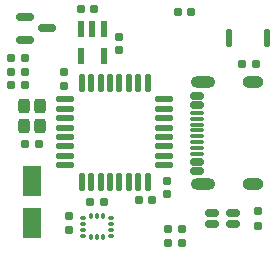
<source format=gbr>
%TF.GenerationSoftware,KiCad,Pcbnew,9.0.0*%
%TF.CreationDate,2025-06-23T18:52:11-04:00*%
%TF.ProjectId,CRSF_PWM_Gyro,43525346-5f50-4574-9d5f-4779726f2e6b,rev?*%
%TF.SameCoordinates,Original*%
%TF.FileFunction,Paste,Top*%
%TF.FilePolarity,Positive*%
%FSLAX46Y46*%
G04 Gerber Fmt 4.6, Leading zero omitted, Abs format (unit mm)*
G04 Created by KiCad (PCBNEW 9.0.0) date 2025-06-23 18:52:11*
%MOMM*%
%LPD*%
G01*
G04 APERTURE LIST*
G04 Aperture macros list*
%AMRoundRect*
0 Rectangle with rounded corners*
0 $1 Rounding radius*
0 $2 $3 $4 $5 $6 $7 $8 $9 X,Y pos of 4 corners*
0 Add a 4 corners polygon primitive as box body*
4,1,4,$2,$3,$4,$5,$6,$7,$8,$9,$2,$3,0*
0 Add four circle primitives for the rounded corners*
1,1,$1+$1,$2,$3*
1,1,$1+$1,$4,$5*
1,1,$1+$1,$6,$7*
1,1,$1+$1,$8,$9*
0 Add four rect primitives between the rounded corners*
20,1,$1+$1,$2,$3,$4,$5,0*
20,1,$1+$1,$4,$5,$6,$7,0*
20,1,$1+$1,$6,$7,$8,$9,0*
20,1,$1+$1,$8,$9,$2,$3,0*%
G04 Aperture macros list end*
%ADD10RoundRect,0.160000X-0.160000X0.197500X-0.160000X-0.197500X0.160000X-0.197500X0.160000X0.197500X0*%
%ADD11RoundRect,0.155000X0.212500X0.155000X-0.212500X0.155000X-0.212500X-0.155000X0.212500X-0.155000X0*%
%ADD12RoundRect,0.155000X-0.212500X-0.155000X0.212500X-0.155000X0.212500X0.155000X-0.212500X0.155000X0*%
%ADD13RoundRect,0.155000X-0.155000X0.212500X-0.155000X-0.212500X0.155000X-0.212500X0.155000X0.212500X0*%
%ADD14RoundRect,0.150000X-0.450000X-0.150000X0.450000X-0.150000X0.450000X0.150000X-0.450000X0.150000X0*%
%ADD15RoundRect,0.250000X-0.250000X0.350000X-0.250000X-0.350000X0.250000X-0.350000X0.250000X0.350000X0*%
%ADD16RoundRect,0.155000X0.155000X-0.212500X0.155000X0.212500X-0.155000X0.212500X-0.155000X-0.212500X0*%
%ADD17RoundRect,0.137500X-0.137500X-0.612500X0.137500X-0.612500X0.137500X0.612500X-0.137500X0.612500X0*%
%ADD18RoundRect,0.125000X-0.625000X-0.125000X0.625000X-0.125000X0.625000X0.125000X-0.625000X0.125000X0*%
%ADD19RoundRect,0.125000X-0.125000X-0.625000X0.125000X-0.625000X0.125000X0.625000X-0.125000X0.625000X0*%
%ADD20RoundRect,0.160000X0.197500X0.160000X-0.197500X0.160000X-0.197500X-0.160000X0.197500X-0.160000X0*%
%ADD21RoundRect,0.139700X-0.139700X0.571500X-0.139700X-0.571500X0.139700X-0.571500X0.139700X0.571500X0*%
%ADD22RoundRect,0.150000X0.425000X-0.150000X0.425000X0.150000X-0.425000X0.150000X-0.425000X-0.150000X0*%
%ADD23RoundRect,0.075000X0.500000X-0.075000X0.500000X0.075000X-0.500000X0.075000X-0.500000X-0.075000X0*%
%ADD24O,2.100000X1.000000*%
%ADD25O,1.800000X1.000000*%
%ADD26RoundRect,0.075000X0.187500X0.075000X-0.187500X0.075000X-0.187500X-0.075000X0.187500X-0.075000X0*%
%ADD27RoundRect,0.075000X0.075000X0.187500X-0.075000X0.187500X-0.075000X-0.187500X0.075000X-0.187500X0*%
%ADD28RoundRect,0.160000X-0.197500X-0.160000X0.197500X-0.160000X0.197500X0.160000X-0.197500X0.160000X0*%
%ADD29RoundRect,0.150000X-0.587500X-0.150000X0.587500X-0.150000X0.587500X0.150000X-0.587500X0.150000X0*%
%ADD30RoundRect,0.250000X0.550000X-1.050000X0.550000X1.050000X-0.550000X1.050000X-0.550000X-1.050000X0*%
G04 APERTURE END LIST*
D10*
%TO.C,R4*%
X150500000Y-95602500D03*
X150500000Y-96797500D03*
%TD*%
D11*
%TO.C,C10*%
X130767500Y-84900000D03*
X129632500Y-84900000D03*
%TD*%
D12*
%TO.C,C12*%
X129629116Y-82598548D03*
X130764116Y-82598548D03*
%TD*%
%TO.C,C1*%
X135532500Y-78500000D03*
X136667500Y-78500000D03*
%TD*%
D13*
%TO.C,C6*%
X142800000Y-93032500D03*
X142800000Y-94167500D03*
%TD*%
D11*
%TO.C,C11*%
X131967500Y-89900000D03*
X130832500Y-89900000D03*
%TD*%
D14*
%TO.C,LED1*%
X148400687Y-95725000D03*
X146600687Y-95725000D03*
X146600687Y-96675000D03*
X148400687Y-96675000D03*
%TD*%
D15*
%TO.C,Y1*%
X130750000Y-86650000D03*
X130750000Y-88350000D03*
X132050000Y-88350000D03*
X132050000Y-86650000D03*
%TD*%
D16*
%TO.C,C7*%
X134100000Y-84967500D03*
X134100000Y-83832500D03*
%TD*%
D17*
%TO.C,SW1*%
X148100000Y-80900000D03*
X151300000Y-80900000D03*
%TD*%
D12*
%TO.C,C5*%
X140432500Y-94600000D03*
X141567500Y-94600000D03*
%TD*%
D11*
%TO.C,C4*%
X144867500Y-78700000D03*
X143732500Y-78700000D03*
%TD*%
D18*
%TO.C,U2*%
X134225000Y-86100000D03*
X134225000Y-86900000D03*
X134225000Y-87700000D03*
X134225000Y-88500000D03*
X134225000Y-89300000D03*
X134225000Y-90100000D03*
X134225000Y-90900000D03*
X134225000Y-91700000D03*
D19*
X135600000Y-93075000D03*
X136400000Y-93075000D03*
X137200000Y-93075000D03*
X138000000Y-93075000D03*
X138800000Y-93075000D03*
X139600000Y-93075000D03*
X140400000Y-93075000D03*
X141200000Y-93075000D03*
D18*
X142575000Y-91700000D03*
X142575000Y-90900000D03*
X142575000Y-90100000D03*
X142575000Y-89300000D03*
X142575000Y-88500000D03*
X142575000Y-87700000D03*
X142575000Y-86900000D03*
X142575000Y-86100000D03*
D19*
X141200000Y-84725000D03*
X140400000Y-84725000D03*
X139600000Y-84725000D03*
X138800000Y-84725000D03*
X138000000Y-84725000D03*
X137200000Y-84725000D03*
X136400000Y-84725000D03*
X135600000Y-84725000D03*
%TD*%
D16*
%TO.C,C2*%
X138800000Y-81967500D03*
X138800000Y-80832500D03*
%TD*%
D20*
%TO.C,R1*%
X144119384Y-98294379D03*
X142924384Y-98294379D03*
%TD*%
%TO.C,R2*%
X144119384Y-97094379D03*
X142924384Y-97094379D03*
%TD*%
D21*
%TO.C,U1*%
X137450001Y-80155600D03*
X136500000Y-80155600D03*
X135549999Y-80155600D03*
X135549999Y-82444400D03*
X137450001Y-82444400D03*
%TD*%
D22*
%TO.C,J1*%
X145320000Y-92200000D03*
X145320000Y-91400000D03*
D23*
X145320000Y-90250000D03*
X145320000Y-89250000D03*
X145320000Y-88750000D03*
X145320000Y-87750000D03*
D22*
X145320000Y-86600000D03*
X145320000Y-85800000D03*
X145320000Y-85800000D03*
X145320000Y-86600000D03*
D23*
X145320000Y-87250000D03*
X145320000Y-88250000D03*
X145320000Y-89750000D03*
X145320000Y-90750000D03*
D22*
X145320000Y-91400000D03*
X145320000Y-92200000D03*
D24*
X145895000Y-93320000D03*
D25*
X150075000Y-93320000D03*
D24*
X145895000Y-84680000D03*
D25*
X150075000Y-84680000D03*
%TD*%
D26*
%TO.C,MT1*%
X138062500Y-97650000D03*
X138062500Y-97150000D03*
X138062500Y-96650000D03*
X138062500Y-96150000D03*
D27*
X137400000Y-95987500D03*
X136900000Y-95987500D03*
X136400000Y-95987500D03*
D26*
X135737500Y-96150000D03*
X135737500Y-96650000D03*
X135737500Y-97150000D03*
X135737500Y-97650000D03*
D27*
X136400000Y-97812500D03*
X136900000Y-97812500D03*
X137400000Y-97812500D03*
%TD*%
D28*
%TO.C,R5*%
X149202500Y-83100000D03*
X150397500Y-83100000D03*
%TD*%
D13*
%TO.C,C9*%
X134500000Y-96032500D03*
X134500000Y-97167500D03*
%TD*%
D20*
%TO.C,R3*%
X130794116Y-83798548D03*
X129599116Y-83798548D03*
%TD*%
D29*
%TO.C,D1*%
X130762500Y-79150000D03*
X130762500Y-81050000D03*
X132637500Y-80100000D03*
%TD*%
D11*
%TO.C,C8*%
X137467500Y-94800000D03*
X136332500Y-94800000D03*
%TD*%
D30*
%TO.C,C3*%
X131400000Y-96600000D03*
X131400000Y-93000000D03*
%TD*%
M02*

</source>
